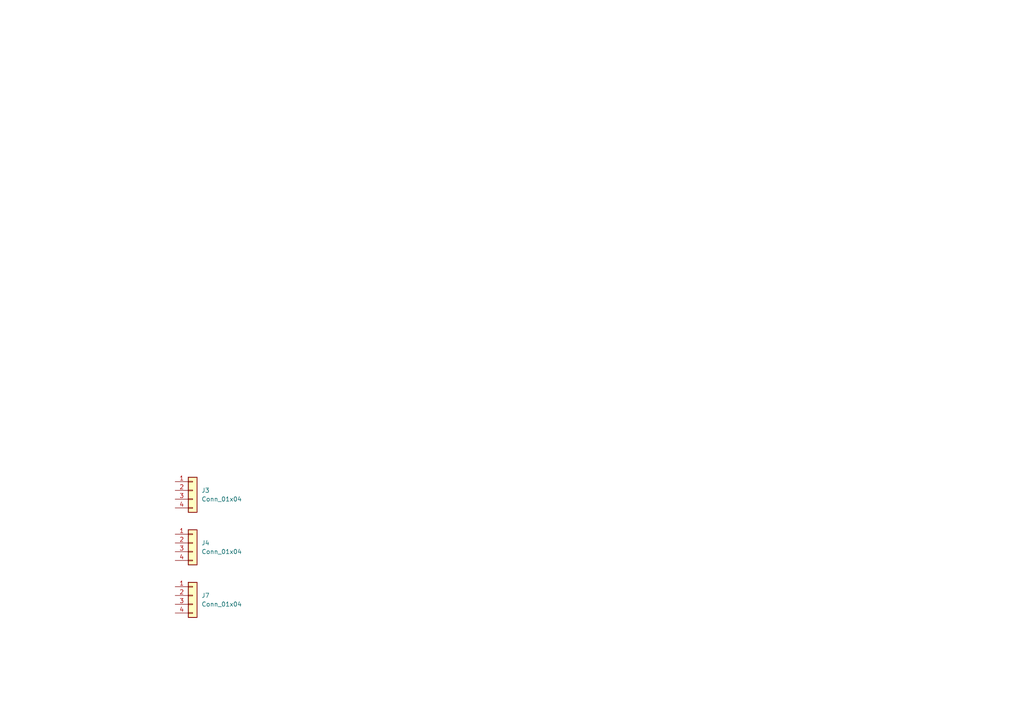
<source format=kicad_sch>
(kicad_sch (version 20250114) (generator "eeschema") (generator_version "9.0")
  (paper "A4")
  (lib_symbols
    (symbol "Connector_Generic:Conn_01x04" (pin_names (offset 1.016) (hide yes))
      (property "Reference" "J" (at 0 5.08 0))
      (property "Value" "Conn_01x04" (at 0 -7.62 0))
      (symbol "Conn_01x04_1_1"
        (rectangle (start -1.27 3.81) (end 1.27 -6.35) (stroke (width 0.254)) (fill (type background)))
        (rectangle (start -1.27 2.667) (end 0 2.413) (stroke (width 0.1524)))
        (rectangle (start -1.27 0.127) (end 0 -0.127) (stroke (width 0.1524)))
        (rectangle (start -1.27 -2.413) (end 0 -2.667) (stroke (width 0.1524)))
        (rectangle (start -1.27 -4.953) (end 0 -5.207) (stroke (width 0.1524)))
        (pin passive line (at -5.08 2.54 0) (length 3.81) (name "Pin_1") (number "1"))
        (pin passive line (at -5.08 0 0) (length 3.81) (name "Pin_2") (number "2"))
        (pin passive line (at -5.08 -2.54 0) (length 3.81) (name "Pin_3") (number "3"))
        (pin passive line (at -5.08 -5.08 0) (length 3.81) (name "Pin_4") (number "4"))
      )
    )
  )
  (symbol (lib_id "Connector_Generic:Conn_01x04") (at 55.88 172.72 0) (unit 1)
    (property "Reference" "J7" (at 58.42 172.7199 0) (effects (justify left)))
    (property "Value" "Conn_01x04" (at 58.42 175.2599 0) (effects (justify left)))
    (property "Description" "Generic connector, single row, 01x04, script generated (kicad-library-utils/schlib/autogen/connector/)" (effects (hide yes)))
  )
  (symbol (lib_id "Connector_Generic:Conn_01x04") (at 55.88 157.48 0) (unit 1)
    (property "Reference" "J4" (at 58.42 157.4799 0) (effects (justify left)))
    (property "Value" "Conn_01x04" (at 58.42 160.0199 0) (effects (justify left)))
    (property "Description" "Generic connector, single row, 01x04, script generated (kicad-library-utils/schlib/autogen/connector/)" (effects (hide yes)))
  )
  (symbol (lib_id "Connector_Generic:Conn_01x04") (at 55.88 142.24 0) (unit 1)
    (property "Reference" "J3" (at 58.42 142.2399 0) (effects (justify left)))
    (property "Value" "Conn_01x04" (at 58.42 144.7799 0) (effects (justify left)))
    (property "Description" "Generic connector, single row, 01x04, script generated (kicad-library-utils/schlib/autogen/connector/)" (effects (hide yes)))
  )
)
</source>
